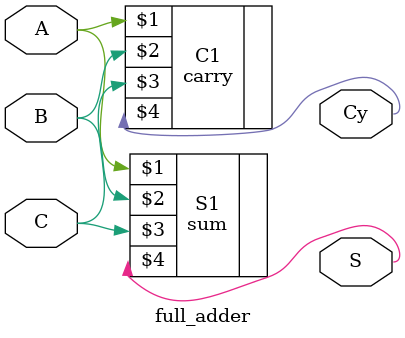
<source format=v>
module full_adder (A, B, C, S, Cy);
    input A, B, C;
    output S, Cy;
    sum S1 (A, B, C, S);
    carry C1 (A, B, C, Cy);
endmodule


</source>
